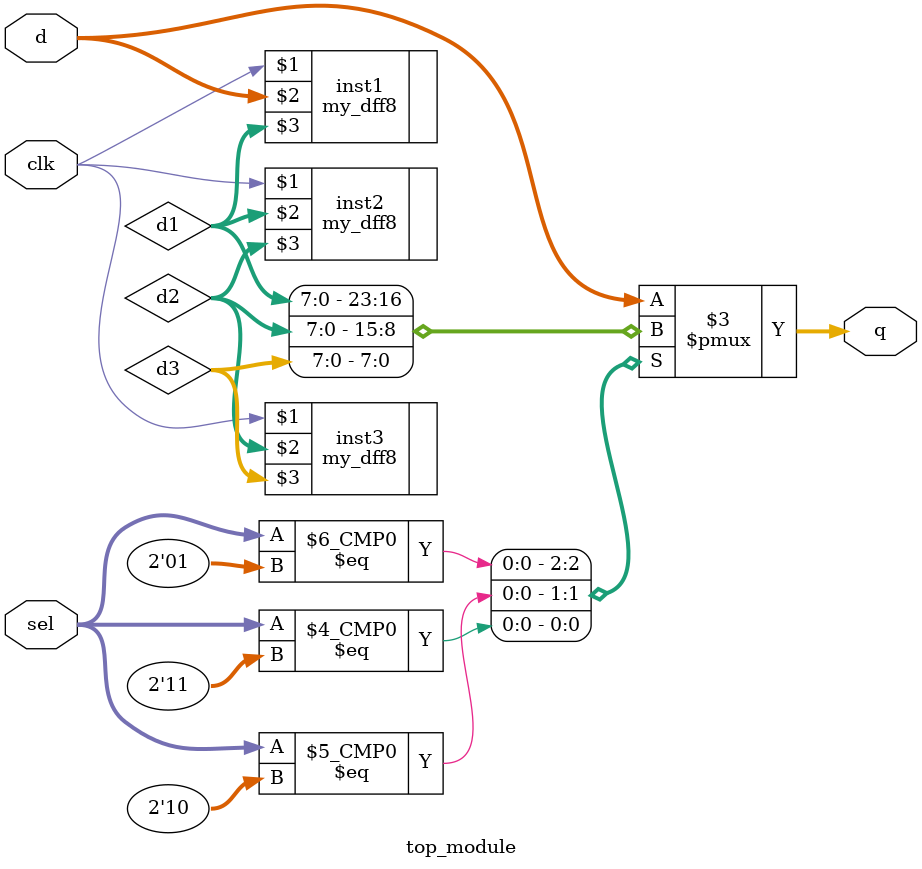
<source format=v>
/*
	This exercise is an extension of module_shift. Instead of module ports being only single pins, we now have modules
    with vectors as ports, to which you will attach wire vectors instead of plain wires. Like everywhere else in
    Verilog, the vector length of the port does not have to match the wire connecting to it, but this will cause
    zero-padding or truncation of the vector. This exercise does not use connections with mismatched vector lengths.\
    You are given a module my_dff8 with two inputs and one output (that implements a set of 8 D flip-flops). Instantiate
    three of them, then chain them together to make a 8-bit wide shift register of length 3. In addition, create a
    4-to-1 multiplexer (not provided) that chooses what to output depending on sel[1:0]: The value at the input d, after
    the first, after the second, or after the third D flip-flop. (Essentially, sel selects how many cycles to delay the
    input, from zero to three clock cycles.)\
    The module provided to you is: module my_dff8 ( input clk, input [7:0] d, output [7:0] q );
 */

module top_module (
input clk,
input [7:0] d,
input [1:0] sel,
output [7:0] q
);
	wire [7:0] d1, d2, d3;
	my_dff8 inst1(clk, d, d1);
	my_dff8 inst2(clk, d1, d2);
	my_dff8 inst3(clk, d2, d3);
	always @(*) begin
		case(sel)
			2'b01 : q = d1;
			2'b10 : q = d2;
			2'b11 : q = d3;
			default : q = d;
		endcase
	end

endmodule
</source>
